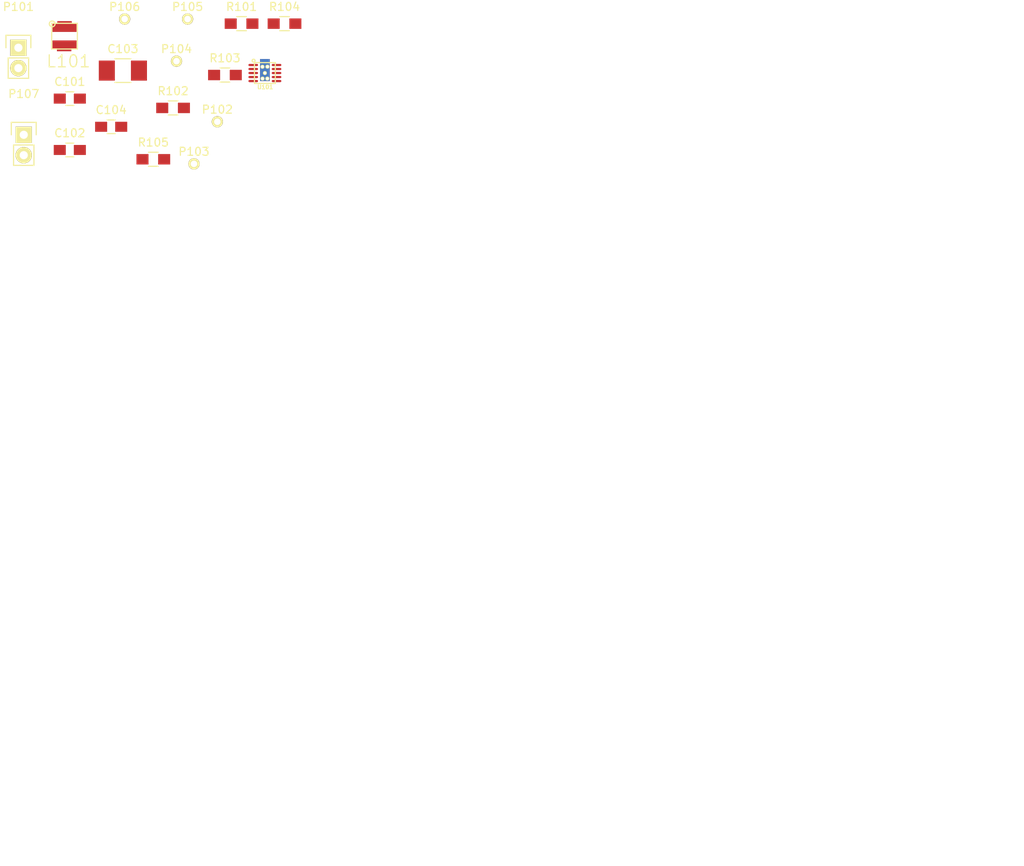
<source format=kicad_pcb>
(kicad_pcb (version 4) (host pcbnew "(2015-01-29 BZR 5396)-product")

  (general
    (links 38)
    (no_connects 31)
    (area 0 0 0 0)
    (thickness 1.6)
    (drawings 1)
    (tracks 0)
    (zones 0)
    (modules 18)
    (nets 10)
  )

  (page A4)
  (layers
    (0 F.Cu signal)
    (31 B.Cu signal)
    (32 B.Adhes user)
    (33 F.Adhes user)
    (34 B.Paste user)
    (35 F.Paste user)
    (36 B.SilkS user)
    (37 F.SilkS user)
    (38 B.Mask user)
    (39 F.Mask user)
    (40 Dwgs.User user)
    (41 Cmts.User user)
    (42 Eco1.User user)
    (43 Eco2.User user)
    (44 Edge.Cuts user)
    (45 Margin user)
    (46 B.CrtYd user)
    (47 F.CrtYd user)
    (48 B.Fab user)
    (49 F.Fab user)
  )

  (setup
    (last_trace_width 0.254)
    (trace_clearance 0.254)
    (zone_clearance 0.508)
    (zone_45_only no)
    (trace_min 0.254)
    (segment_width 0.2)
    (edge_width 0.1)
    (via_size 0.889)
    (via_drill 0.635)
    (via_min_size 0.889)
    (via_min_drill 0.508)
    (uvia_size 0.508)
    (uvia_drill 0.127)
    (uvias_allowed no)
    (uvia_min_size 0.508)
    (uvia_min_drill 0.127)
    (pcb_text_width 0.3)
    (pcb_text_size 1.5 1.5)
    (mod_edge_width 0.15)
    (mod_text_size 1 1)
    (mod_text_width 0.15)
    (pad_size 1.5 1.5)
    (pad_drill 0.6)
    (pad_to_mask_clearance 0)
    (aux_axis_origin 0 0)
    (visible_elements 7FFFFFFF)
    (pcbplotparams
      (layerselection 0x00030_80000001)
      (usegerberextensions false)
      (excludeedgelayer true)
      (linewidth 0.100000)
      (plotframeref false)
      (viasonmask false)
      (mode 1)
      (useauxorigin false)
      (hpglpennumber 1)
      (hpglpenspeed 20)
      (hpglpendiameter 15)
      (hpglpenoverlay 2)
      (psnegative false)
      (psa4output false)
      (plotreference true)
      (plotvalue true)
      (plotinvisibletext false)
      (padsonsilk false)
      (subtractmaskfromsilk false)
      (outputformat 1)
      (mirror false)
      (drillshape 1)
      (scaleselection 1)
      (outputdirectory ""))
  )

  (net 0 "")
  (net 1 /VIN+)
  (net 2 GNDPWR)
  (net 3 "Net-(C102-Pad1)")
  (net 4 /VOUT+)
  (net 5 "Net-(L101-Pad1)")
  (net 6 "Net-(L101-Pad2)")
  (net 7 "Net-(P103-Pad1)")
  (net 8 "Net-(R102-Pad1)")
  (net 9 "Net-(R103-Pad1)")

  (net_class Default "This is the default net class."
    (clearance 0.254)
    (trace_width 0.254)
    (via_dia 0.889)
    (via_drill 0.635)
    (uvia_dia 0.508)
    (uvia_drill 0.127)
    (add_net /VIN+)
    (add_net /VOUT+)
    (add_net GNDPWR)
    (add_net "Net-(C102-Pad1)")
    (add_net "Net-(L101-Pad1)")
    (add_net "Net-(L101-Pad2)")
    (add_net "Net-(P103-Pad1)")
    (add_net "Net-(R102-Pad1)")
    (add_net "Net-(R103-Pad1)")
  )

  (module Capacitors_SMD:C_0805_HandSoldering (layer F.Cu) (tedit 541A9B8D) (tstamp 55CFBCCD)
    (at 151.829001 98.779)
    (descr "Capacitor SMD 0805, hand soldering")
    (tags "capacitor 0805")
    (path /55BC58C4)
    (attr smd)
    (fp_text reference C101 (at 0 -2.1) (layer F.SilkS)
      (effects (font (size 1 1) (thickness 0.15)))
    )
    (fp_text value 4.7uf (at 0 2.1) (layer F.Fab)
      (effects (font (size 1 1) (thickness 0.15)))
    )
    (fp_line (start -2.3 -1) (end 2.3 -1) (layer F.CrtYd) (width 0.05))
    (fp_line (start -2.3 1) (end 2.3 1) (layer F.CrtYd) (width 0.05))
    (fp_line (start -2.3 -1) (end -2.3 1) (layer F.CrtYd) (width 0.05))
    (fp_line (start 2.3 -1) (end 2.3 1) (layer F.CrtYd) (width 0.05))
    (fp_line (start 0.5 -0.85) (end -0.5 -0.85) (layer F.SilkS) (width 0.15))
    (fp_line (start -0.5 0.85) (end 0.5 0.85) (layer F.SilkS) (width 0.15))
    (pad 1 smd rect (at -1.25 0) (size 1.5 1.25) (layers F.Cu F.Paste F.Mask)
      (net 1 /VIN+))
    (pad 2 smd rect (at 1.25 0) (size 1.5 1.25) (layers F.Cu F.Paste F.Mask)
      (net 2 GNDPWR))
    (model Capacitors_SMD.3dshapes/C_0805_HandSoldering.wrl
      (at (xyz 0 0 0))
      (scale (xyz 1 1 1))
      (rotate (xyz 0 0 0))
    )
  )

  (module Capacitors_SMD:C_0805_HandSoldering (layer F.Cu) (tedit 541A9B8D) (tstamp 55CFBCD3)
    (at 151.829001 105.179)
    (descr "Capacitor SMD 0805, hand soldering")
    (tags "capacitor 0805")
    (path /55BC84DC)
    (attr smd)
    (fp_text reference C102 (at 0 -2.1) (layer F.SilkS)
      (effects (font (size 1 1) (thickness 0.15)))
    )
    (fp_text value 0.1uf (at 0 2.1) (layer F.Fab)
      (effects (font (size 1 1) (thickness 0.15)))
    )
    (fp_line (start -2.3 -1) (end 2.3 -1) (layer F.CrtYd) (width 0.05))
    (fp_line (start -2.3 1) (end 2.3 1) (layer F.CrtYd) (width 0.05))
    (fp_line (start -2.3 -1) (end -2.3 1) (layer F.CrtYd) (width 0.05))
    (fp_line (start 2.3 -1) (end 2.3 1) (layer F.CrtYd) (width 0.05))
    (fp_line (start 0.5 -0.85) (end -0.5 -0.85) (layer F.SilkS) (width 0.15))
    (fp_line (start -0.5 0.85) (end 0.5 0.85) (layer F.SilkS) (width 0.15))
    (pad 1 smd rect (at -1.25 0) (size 1.5 1.25) (layers F.Cu F.Paste F.Mask)
      (net 3 "Net-(C102-Pad1)"))
    (pad 2 smd rect (at 1.25 0) (size 1.5 1.25) (layers F.Cu F.Paste F.Mask)
      (net 2 GNDPWR))
    (model Capacitors_SMD.3dshapes/C_0805_HandSoldering.wrl
      (at (xyz 0 0 0))
      (scale (xyz 1 1 1))
      (rotate (xyz 0 0 0))
    )
  )

  (module Capacitors_SMD:C_1210_HandSoldering (layer F.Cu) (tedit 541A9C39) (tstamp 55CFBCD9)
    (at 158.439001 95.289)
    (descr "Capacitor SMD 1210, hand soldering")
    (tags "capacitor 1210")
    (path /55BC5BAF)
    (attr smd)
    (fp_text reference C103 (at 0 -2.7) (layer F.SilkS)
      (effects (font (size 1 1) (thickness 0.15)))
    )
    (fp_text value 22uf (at 0 2.7) (layer F.Fab)
      (effects (font (size 1 1) (thickness 0.15)))
    )
    (fp_line (start -3.3 -1.6) (end 3.3 -1.6) (layer F.CrtYd) (width 0.05))
    (fp_line (start -3.3 1.6) (end 3.3 1.6) (layer F.CrtYd) (width 0.05))
    (fp_line (start -3.3 -1.6) (end -3.3 1.6) (layer F.CrtYd) (width 0.05))
    (fp_line (start 3.3 -1.6) (end 3.3 1.6) (layer F.CrtYd) (width 0.05))
    (fp_line (start 1 -1.475) (end -1 -1.475) (layer F.SilkS) (width 0.15))
    (fp_line (start -1 1.475) (end 1 1.475) (layer F.SilkS) (width 0.15))
    (pad 1 smd rect (at -2 0) (size 2 2.5) (layers F.Cu F.Paste F.Mask)
      (net 4 /VOUT+))
    (pad 2 smd rect (at 2 0) (size 2 2.5) (layers F.Cu F.Paste F.Mask)
      (net 2 GNDPWR))
    (model Capacitors_SMD.3dshapes/C_1210_HandSoldering.wrl
      (at (xyz 0 0 0))
      (scale (xyz 1 1 1))
      (rotate (xyz 0 0 0))
    )
  )

  (module Capacitors_SMD:C_0805_HandSoldering (layer F.Cu) (tedit 541A9B8D) (tstamp 55CFBCDF)
    (at 156.979001 102.289)
    (descr "Capacitor SMD 0805, hand soldering")
    (tags "capacitor 0805")
    (path /55CFB4F6)
    (attr smd)
    (fp_text reference C104 (at 0 -2.1) (layer F.SilkS)
      (effects (font (size 1 1) (thickness 0.15)))
    )
    (fp_text value uf (at 0 2.1) (layer F.Fab)
      (effects (font (size 1 1) (thickness 0.15)))
    )
    (fp_line (start -2.3 -1) (end 2.3 -1) (layer F.CrtYd) (width 0.05))
    (fp_line (start -2.3 1) (end 2.3 1) (layer F.CrtYd) (width 0.05))
    (fp_line (start -2.3 -1) (end -2.3 1) (layer F.CrtYd) (width 0.05))
    (fp_line (start 2.3 -1) (end 2.3 1) (layer F.CrtYd) (width 0.05))
    (fp_line (start 0.5 -0.85) (end -0.5 -0.85) (layer F.SilkS) (width 0.15))
    (fp_line (start -0.5 0.85) (end 0.5 0.85) (layer F.SilkS) (width 0.15))
    (pad 1 smd rect (at -1.25 0) (size 1.5 1.25) (layers F.Cu F.Paste F.Mask)
      (net 4 /VOUT+))
    (pad 2 smd rect (at 1.25 0) (size 1.5 1.25) (layers F.Cu F.Paste F.Mask)
      (net 2 GNDPWR))
    (model Capacitors_SMD.3dshapes/C_0805_HandSoldering.wrl
      (at (xyz 0 0 0))
      (scale (xyz 1 1 1))
      (rotate (xyz 0 0 0))
    )
  )

  (module pcb:LQH3NPN2R2NG0 (layer F.Cu) (tedit 55CFA382) (tstamp 55CFBCEC)
    (at 151.171857 90.999)
    (path /55BC57E7)
    (fp_text reference L101 (at 0.49 3.13) (layer F.SilkS)
      (effects (font (size 1.5 1.5) (thickness 0.15)))
    )
    (fp_text value 2.2uh (at 0.22 -3.31) (layer F.Fab)
      (effects (font (size 1.5 1.5) (thickness 0.15)))
    )
    (fp_circle (center -1.54 -1.53) (end -1.18 -1.53) (layer F.SilkS) (width 0.15))
    (fp_line (start -1.6 -1.6) (end 1.6 -1.6) (layer F.SilkS) (width 0.15))
    (fp_line (start 1.6 -1.6) (end 1.6 1.6) (layer F.SilkS) (width 0.15))
    (fp_line (start 1.6 1.6) (end -1.6 1.6) (layer F.SilkS) (width 0.15))
    (fp_line (start -1.6 1.6) (end -1.6 -1.6) (layer F.SilkS) (width 0.15))
    (pad 1 smd rect (at 0 -1.08) (size 3 1.1) (layers F.Cu F.Paste F.Mask)
      (net 5 "Net-(L101-Pad1)"))
    (pad 2 smd rect (at 0 1.08) (size 3 1.1) (layers F.Cu F.Paste F.Mask)
      (net 6 "Net-(L101-Pad2)"))
    (pad 1 smd rect (at 0 -1.63) (size 1.8 0.5) (layers F.Cu F.Paste F.Mask)
      (net 5 "Net-(L101-Pad1)"))
    (pad 2 smd rect (at -0.05 1.63) (size 1.8 0.5) (layers F.Cu F.Paste F.Mask)
      (net 6 "Net-(L101-Pad2)"))
  )

  (module Pin_Headers:Pin_Header_Straight_1x02 (layer F.Cu) (tedit 54EA090C) (tstamp 55CFBCF2)
    (at 145.425666 92.439)
    (descr "Through hole pin header")
    (tags "pin header")
    (path /55BC5DDE)
    (fp_text reference P101 (at 0 -5.1) (layer F.SilkS)
      (effects (font (size 1 1) (thickness 0.15)))
    )
    (fp_text value INPUT (at 0 -3.1) (layer F.Fab)
      (effects (font (size 1 1) (thickness 0.15)))
    )
    (fp_line (start 1.27 1.27) (end 1.27 3.81) (layer F.SilkS) (width 0.15))
    (fp_line (start 1.55 -1.55) (end 1.55 0) (layer F.SilkS) (width 0.15))
    (fp_line (start -1.75 -1.75) (end -1.75 4.3) (layer F.CrtYd) (width 0.05))
    (fp_line (start 1.75 -1.75) (end 1.75 4.3) (layer F.CrtYd) (width 0.05))
    (fp_line (start -1.75 -1.75) (end 1.75 -1.75) (layer F.CrtYd) (width 0.05))
    (fp_line (start -1.75 4.3) (end 1.75 4.3) (layer F.CrtYd) (width 0.05))
    (fp_line (start 1.27 1.27) (end -1.27 1.27) (layer F.SilkS) (width 0.15))
    (fp_line (start -1.55 0) (end -1.55 -1.55) (layer F.SilkS) (width 0.15))
    (fp_line (start -1.55 -1.55) (end 1.55 -1.55) (layer F.SilkS) (width 0.15))
    (fp_line (start -1.27 1.27) (end -1.27 3.81) (layer F.SilkS) (width 0.15))
    (fp_line (start -1.27 3.81) (end 1.27 3.81) (layer F.SilkS) (width 0.15))
    (pad 1 thru_hole rect (at 0 0) (size 2.032 2.032) (drill 1.016) (layers *.Cu *.Mask F.SilkS)
      (net 1 /VIN+))
    (pad 2 thru_hole oval (at 0 2.54) (size 2.032 2.032) (drill 1.016) (layers *.Cu *.Mask F.SilkS)
      (net 2 GNDPWR))
    (model Pin_Headers.3dshapes/Pin_Header_Straight_1x02.wrl
      (at (xyz 0 -0.05 0))
      (scale (xyz 1 1 1))
      (rotate (xyz 0 0 90))
    )
  )

  (module pcb:TESTPOINT_1 (layer F.Cu) (tedit 5562453A) (tstamp 55CFBCF7)
    (at 170.204857 101.663)
    (descr "Connecteurs 2 pins")
    (tags "CONN DEV")
    (path /55BC7112)
    (fp_text reference P102 (at 0 -1.524) (layer F.SilkS)
      (effects (font (size 1 1) (thickness 0.15)))
    )
    (fp_text value "TP B4L" (at 0.127 1.524) (layer F.Fab)
      (effects (font (size 1 1) (thickness 0.15)))
    )
    (pad 1 thru_hole circle (at 0 0) (size 1.397 1.397) (drill 0.8128) (layers *.Cu *.Mask F.SilkS)
      (net 5 "Net-(L101-Pad1)"))
    (model Connect.3dshapes/TESTPOINT.wrl
      (at (xyz 0 0 0))
      (scale (xyz 1 1 1))
      (rotate (xyz 0 0 0))
    )
  )

  (module pcb:TESTPOINT_1 (layer F.Cu) (tedit 5562453A) (tstamp 55CFBCFC)
    (at 167.292476 106.913)
    (descr "Connecteurs 2 pins")
    (tags "CONN DEV")
    (path /55BC6DD8)
    (fp_text reference P103 (at 0 -1.524) (layer F.SilkS)
      (effects (font (size 1 1) (thickness 0.15)))
    )
    (fp_text value "TP FB" (at 0.127 1.524) (layer F.Fab)
      (effects (font (size 1 1) (thickness 0.15)))
    )
    (pad 1 thru_hole circle (at 0 0) (size 1.397 1.397) (drill 0.8128) (layers *.Cu *.Mask F.SilkS)
      (net 7 "Net-(P103-Pad1)"))
    (model Connect.3dshapes/TESTPOINT.wrl
      (at (xyz 0 0 0))
      (scale (xyz 1 1 1))
      (rotate (xyz 0 0 0))
    )
  )

  (module pcb:TESTPOINT_1 (layer F.Cu) (tedit 5562453A) (tstamp 55CFBD01)
    (at 165.116762 94.113)
    (descr "Connecteurs 2 pins")
    (tags "CONN DEV")
    (path /55BC7173)
    (fp_text reference P104 (at 0 -1.524) (layer F.SilkS)
      (effects (font (size 1 1) (thickness 0.15)))
    )
    (fp_text value "TP AFTL" (at 0.127 1.524) (layer F.Fab)
      (effects (font (size 1 1) (thickness 0.15)))
    )
    (pad 1 thru_hole circle (at 0 0) (size 1.397 1.397) (drill 0.8128) (layers *.Cu *.Mask F.SilkS)
      (net 6 "Net-(L101-Pad2)"))
    (model Connect.3dshapes/TESTPOINT.wrl
      (at (xyz 0 0 0))
      (scale (xyz 1 1 1))
      (rotate (xyz 0 0 0))
    )
  )

  (module pcb:TESTPOINT_1 (layer F.Cu) (tedit 5562453A) (tstamp 55CFBD06)
    (at 166.497238 88.863)
    (descr "Connecteurs 2 pins")
    (tags "CONN DEV")
    (path /55BC732C)
    (fp_text reference P105 (at 0 -1.524) (layer F.SilkS)
      (effects (font (size 1 1) (thickness 0.15)))
    )
    (fp_text value "TP VOUT1" (at 0.127 1.524) (layer F.Fab)
      (effects (font (size 1 1) (thickness 0.15)))
    )
    (pad 1 thru_hole circle (at 0 0) (size 1.397 1.397) (drill 0.8128) (layers *.Cu *.Mask F.SilkS)
      (net 4 /VOUT+))
    (model Connect.3dshapes/TESTPOINT.wrl
      (at (xyz 0 0 0))
      (scale (xyz 1 1 1))
      (rotate (xyz 0 0 0))
    )
  )

  (module pcb:TESTPOINT_1 (layer F.Cu) (tedit 5562453A) (tstamp 55CFBD0B)
    (at 158.657238 88.863)
    (descr "Connecteurs 2 pins")
    (tags "CONN DEV")
    (path /55BC795D)
    (fp_text reference P106 (at 0 -1.524) (layer F.SilkS)
      (effects (font (size 1 1) (thickness 0.15)))
    )
    (fp_text value "TP VOUT2" (at 0.127 1.524) (layer F.Fab)
      (effects (font (size 1 1) (thickness 0.15)))
    )
    (pad 1 thru_hole circle (at 0 0) (size 1.397 1.397) (drill 0.8128) (layers *.Cu *.Mask F.SilkS)
      (net 4 /VOUT+))
    (model Connect.3dshapes/TESTPOINT.wrl
      (at (xyz 0 0 0))
      (scale (xyz 1 1 1))
      (rotate (xyz 0 0 0))
    )
  )

  (module Pin_Headers:Pin_Header_Straight_1x02 (layer F.Cu) (tedit 54EA090C) (tstamp 55CFBD11)
    (at 146.092333 103.289)
    (descr "Through hole pin header")
    (tags "pin header")
    (path /55BC5CD5)
    (fp_text reference P107 (at 0 -5.1) (layer F.SilkS)
      (effects (font (size 1 1) (thickness 0.15)))
    )
    (fp_text value OUTPUT (at 0 -3.1) (layer F.Fab)
      (effects (font (size 1 1) (thickness 0.15)))
    )
    (fp_line (start 1.27 1.27) (end 1.27 3.81) (layer F.SilkS) (width 0.15))
    (fp_line (start 1.55 -1.55) (end 1.55 0) (layer F.SilkS) (width 0.15))
    (fp_line (start -1.75 -1.75) (end -1.75 4.3) (layer F.CrtYd) (width 0.05))
    (fp_line (start 1.75 -1.75) (end 1.75 4.3) (layer F.CrtYd) (width 0.05))
    (fp_line (start -1.75 -1.75) (end 1.75 -1.75) (layer F.CrtYd) (width 0.05))
    (fp_line (start -1.75 4.3) (end 1.75 4.3) (layer F.CrtYd) (width 0.05))
    (fp_line (start 1.27 1.27) (end -1.27 1.27) (layer F.SilkS) (width 0.15))
    (fp_line (start -1.55 0) (end -1.55 -1.55) (layer F.SilkS) (width 0.15))
    (fp_line (start -1.55 -1.55) (end 1.55 -1.55) (layer F.SilkS) (width 0.15))
    (fp_line (start -1.27 1.27) (end -1.27 3.81) (layer F.SilkS) (width 0.15))
    (fp_line (start -1.27 3.81) (end 1.27 3.81) (layer F.SilkS) (width 0.15))
    (pad 1 thru_hole rect (at 0 0) (size 2.032 2.032) (drill 1.016) (layers *.Cu *.Mask F.SilkS)
      (net 4 /VOUT+))
    (pad 2 thru_hole oval (at 0 2.54) (size 2.032 2.032) (drill 1.016) (layers *.Cu *.Mask F.SilkS)
      (net 2 GNDPWR))
    (model Pin_Headers.3dshapes/Pin_Header_Straight_1x02.wrl
      (at (xyz 0 -0.05 0))
      (scale (xyz 1 1 1))
      (rotate (xyz 0 0 90))
    )
  )

  (module Resistors_SMD:R_0805_HandSoldering (layer F.Cu) (tedit 54189DEE) (tstamp 55CFBD17)
    (at 173.219001 89.439)
    (descr "Resistor SMD 0805, hand soldering")
    (tags "resistor 0805")
    (path /55BC7CA3)
    (attr smd)
    (fp_text reference R101 (at 0 -2.1) (layer F.SilkS)
      (effects (font (size 1 1) (thickness 0.15)))
    )
    (fp_text value 0 (at 0 2.1) (layer F.Fab)
      (effects (font (size 1 1) (thickness 0.15)))
    )
    (fp_line (start -2.4 -1) (end 2.4 -1) (layer F.CrtYd) (width 0.05))
    (fp_line (start -2.4 1) (end 2.4 1) (layer F.CrtYd) (width 0.05))
    (fp_line (start -2.4 -1) (end -2.4 1) (layer F.CrtYd) (width 0.05))
    (fp_line (start 2.4 -1) (end 2.4 1) (layer F.CrtYd) (width 0.05))
    (fp_line (start 0.6 0.875) (end -0.6 0.875) (layer F.SilkS) (width 0.15))
    (fp_line (start -0.6 -0.875) (end 0.6 -0.875) (layer F.SilkS) (width 0.15))
    (pad 1 smd rect (at -1.35 0) (size 1.5 1.3) (layers F.Cu F.Paste F.Mask)
      (net 3 "Net-(C102-Pad1)"))
    (pad 2 smd rect (at 1.35 0) (size 1.5 1.3) (layers F.Cu F.Paste F.Mask)
      (net 1 /VIN+))
    (model Resistors_SMD.3dshapes/R_0805_HandSoldering.wrl
      (at (xyz 0 0 0))
      (scale (xyz 1 1 1))
      (rotate (xyz 0 0 0))
    )
  )

  (module Resistors_SMD:R_0805_HandSoldering (layer F.Cu) (tedit 54189DEE) (tstamp 55CFBD1D)
    (at 164.689001 99.939)
    (descr "Resistor SMD 0805, hand soldering")
    (tags "resistor 0805")
    (path /55BC7EEF)
    (attr smd)
    (fp_text reference R102 (at 0 -2.1) (layer F.SilkS)
      (effects (font (size 1 1) (thickness 0.15)))
    )
    (fp_text value 0 (at 0 2.1) (layer F.Fab)
      (effects (font (size 1 1) (thickness 0.15)))
    )
    (fp_line (start -2.4 -1) (end 2.4 -1) (layer F.CrtYd) (width 0.05))
    (fp_line (start -2.4 1) (end 2.4 1) (layer F.CrtYd) (width 0.05))
    (fp_line (start -2.4 -1) (end -2.4 1) (layer F.CrtYd) (width 0.05))
    (fp_line (start 2.4 -1) (end 2.4 1) (layer F.CrtYd) (width 0.05))
    (fp_line (start 0.6 0.875) (end -0.6 0.875) (layer F.SilkS) (width 0.15))
    (fp_line (start -0.6 -0.875) (end 0.6 -0.875) (layer F.SilkS) (width 0.15))
    (pad 1 smd rect (at -1.35 0) (size 1.5 1.3) (layers F.Cu F.Paste F.Mask)
      (net 8 "Net-(R102-Pad1)"))
    (pad 2 smd rect (at 1.35 0) (size 1.5 1.3) (layers F.Cu F.Paste F.Mask)
      (net 3 "Net-(C102-Pad1)"))
    (model Resistors_SMD.3dshapes/R_0805_HandSoldering.wrl
      (at (xyz 0 0 0))
      (scale (xyz 1 1 1))
      (rotate (xyz 0 0 0))
    )
  )

  (module Resistors_SMD:R_0805_HandSoldering (layer F.Cu) (tedit 54189DEE) (tstamp 55CFBD23)
    (at 171.149001 95.839)
    (descr "Resistor SMD 0805, hand soldering")
    (tags "resistor 0805")
    (path /55BC80A9)
    (attr smd)
    (fp_text reference R103 (at 0 -2.1) (layer F.SilkS)
      (effects (font (size 1 1) (thickness 0.15)))
    )
    (fp_text value 0 (at 0 2.1) (layer F.Fab)
      (effects (font (size 1 1) (thickness 0.15)))
    )
    (fp_line (start -2.4 -1) (end 2.4 -1) (layer F.CrtYd) (width 0.05))
    (fp_line (start -2.4 1) (end 2.4 1) (layer F.CrtYd) (width 0.05))
    (fp_line (start -2.4 -1) (end -2.4 1) (layer F.CrtYd) (width 0.05))
    (fp_line (start 2.4 -1) (end 2.4 1) (layer F.CrtYd) (width 0.05))
    (fp_line (start 0.6 0.875) (end -0.6 0.875) (layer F.SilkS) (width 0.15))
    (fp_line (start -0.6 -0.875) (end 0.6 -0.875) (layer F.SilkS) (width 0.15))
    (pad 1 smd rect (at -1.35 0) (size 1.5 1.3) (layers F.Cu F.Paste F.Mask)
      (net 9 "Net-(R103-Pad1)"))
    (pad 2 smd rect (at 1.35 0) (size 1.5 1.3) (layers F.Cu F.Paste F.Mask)
      (net 3 "Net-(C102-Pad1)"))
    (model Resistors_SMD.3dshapes/R_0805_HandSoldering.wrl
      (at (xyz 0 0 0))
      (scale (xyz 1 1 1))
      (rotate (xyz 0 0 0))
    )
  )

  (module Resistors_SMD:R_0805_HandSoldering (layer F.Cu) (tedit 54189DEE) (tstamp 55CFBD29)
    (at 178.569001 89.439)
    (descr "Resistor SMD 0805, hand soldering")
    (tags "resistor 0805")
    (path /55BC6276)
    (attr smd)
    (fp_text reference R104 (at 0 -2.1) (layer F.SilkS)
      (effects (font (size 1 1) (thickness 0.15)))
    )
    (fp_text value 1.2M (at 0 2.1) (layer F.Fab)
      (effects (font (size 1 1) (thickness 0.15)))
    )
    (fp_line (start -2.4 -1) (end 2.4 -1) (layer F.CrtYd) (width 0.05))
    (fp_line (start -2.4 1) (end 2.4 1) (layer F.CrtYd) (width 0.05))
    (fp_line (start -2.4 -1) (end -2.4 1) (layer F.CrtYd) (width 0.05))
    (fp_line (start 2.4 -1) (end 2.4 1) (layer F.CrtYd) (width 0.05))
    (fp_line (start 0.6 0.875) (end -0.6 0.875) (layer F.SilkS) (width 0.15))
    (fp_line (start -0.6 -0.875) (end 0.6 -0.875) (layer F.SilkS) (width 0.15))
    (pad 1 smd rect (at -1.35 0) (size 1.5 1.3) (layers F.Cu F.Paste F.Mask)
      (net 4 /VOUT+))
    (pad 2 smd rect (at 1.35 0) (size 1.5 1.3) (layers F.Cu F.Paste F.Mask)
      (net 7 "Net-(P103-Pad1)"))
    (model Resistors_SMD.3dshapes/R_0805_HandSoldering.wrl
      (at (xyz 0 0 0))
      (scale (xyz 1 1 1))
      (rotate (xyz 0 0 0))
    )
  )

  (module Resistors_SMD:R_0805_HandSoldering (layer F.Cu) (tedit 54189DEE) (tstamp 55CFBD2F)
    (at 162.229001 106.339)
    (descr "Resistor SMD 0805, hand soldering")
    (tags "resistor 0805")
    (path /55BC62A0)
    (attr smd)
    (fp_text reference R105 (at 0 -2.1) (layer F.SilkS)
      (effects (font (size 1 1) (thickness 0.15)))
    )
    (fp_text value 215K (at 0 2.1) (layer F.Fab)
      (effects (font (size 1 1) (thickness 0.15)))
    )
    (fp_line (start -2.4 -1) (end 2.4 -1) (layer F.CrtYd) (width 0.05))
    (fp_line (start -2.4 1) (end 2.4 1) (layer F.CrtYd) (width 0.05))
    (fp_line (start -2.4 -1) (end -2.4 1) (layer F.CrtYd) (width 0.05))
    (fp_line (start 2.4 -1) (end 2.4 1) (layer F.CrtYd) (width 0.05))
    (fp_line (start 0.6 0.875) (end -0.6 0.875) (layer F.SilkS) (width 0.15))
    (fp_line (start -0.6 -0.875) (end 0.6 -0.875) (layer F.SilkS) (width 0.15))
    (pad 1 smd rect (at -1.35 0) (size 1.5 1.3) (layers F.Cu F.Paste F.Mask)
      (net 7 "Net-(P103-Pad1)"))
    (pad 2 smd rect (at 1.35 0) (size 1.5 1.3) (layers F.Cu F.Paste F.Mask)
      (net 2 GNDPWR))
    (model Resistors_SMD.3dshapes/R_0805_HandSoldering.wrl
      (at (xyz 0 0 0))
      (scale (xyz 1 1 1))
      (rotate (xyz 0 0 0))
    )
  )

  (module pcb:SON10_HandSoldered_TPS63030 (layer F.Cu) (tedit 55CFA7C2) (tstamp 55CFBD48)
    (at 176.124 95.5915)
    (path /55BC574B)
    (fp_text reference U101 (at 0.04 1.75) (layer F.SilkS)
      (effects (font (size 0.5 0.5) (thickness 0.125)))
    )
    (fp_text value TPS63030 (at 0.12 -2.24) (layer F.Fab)
      (effects (font (size 0.5 0.5) (thickness 0.125)))
    )
    (fp_circle (center -1.41 -1.54) (end -1.25 -1.45) (layer F.SilkS) (width 0.15))
    (fp_line (start -1.3 -1.3) (end -1.3 1.3) (layer F.SilkS) (width 0.15))
    (fp_line (start -1.3 1.3) (end 1.3 1.3) (layer F.SilkS) (width 0.15))
    (fp_line (start 1.3 1.3) (end 1.3 -1.3) (layer F.SilkS) (width 0.15))
    (fp_line (start 1.3 -1.3) (end -1.3 -1.3) (layer F.SilkS) (width 0.15))
    (pad 11 smd rect (at 0 -0.375) (size 1.2 2.75) (layers *.Cu *.Mask F.Paste)
      (net 2 GNDPWR))
    (pad 3 smd oval (at -1.45 0) (size 1.2 0.28) (layers F.Cu F.Paste F.Mask)
      (net 2 GNDPWR) (solder_mask_margin 0.07))
    (pad 1 smd oval (at -1.45 -1) (size 1.2 0.28) (layers F.Cu F.Paste F.Mask)
      (net 4 /VOUT+) (solder_mask_margin 0.07))
    (pad 2 smd oval (at -1.45 -0.5) (size 1.2 0.28) (layers F.Cu F.Paste F.Mask)
      (net 6 "Net-(L101-Pad2)") (solder_mask_margin 0.07))
    (pad 4 smd oval (at -1.45 0.5) (size 1.2 0.28) (layers F.Cu F.Paste F.Mask)
      (net 5 "Net-(L101-Pad1)") (solder_mask_margin 0.07))
    (pad 5 smd oval (at -1.45 1) (size 1.2 0.28) (layers F.Cu F.Paste F.Mask)
      (net 1 /VIN+) (solder_mask_margin 0.07))
    (pad 10 smd oval (at 1.45 -1) (size 1.2 0.28) (layers F.Cu F.Paste F.Mask)
      (net 7 "Net-(P103-Pad1)") (solder_mask_margin 0.07))
    (pad 9 smd oval (at 1.45 -0.5) (size 1.2 0.28) (layers F.Cu F.Paste F.Mask)
      (net 2 GNDPWR) (solder_mask_margin 0.07))
    (pad 8 smd oval (at 1.45 0) (size 1.2 0.28) (layers F.Cu F.Paste F.Mask)
      (net 3 "Net-(C102-Pad1)") (solder_mask_margin 0.07))
    (pad 7 smd oval (at 1.45 0.5) (size 1.2 0.28) (layers F.Cu F.Paste F.Mask)
      (net 9 "Net-(R103-Pad1)") (solder_mask_margin 0.07))
    (pad 6 smd oval (at 1.45 1) (size 1.2 0.28) (layers F.Cu F.Paste F.Mask)
      (net 8 "Net-(R102-Pad1)") (solder_mask_margin 0.07))
    (pad 11 thru_hole circle (at -0.29 0.69) (size 0.5 0.5) (drill 0.33) (layers *.Cu *.Mask F.SilkS)
      (net 2 GNDPWR))
    (pad 11 thru_hole circle (at 0.3 0.69) (size 0.5 0.5) (drill 0.33) (layers *.Cu *.Mask F.SilkS)
      (net 2 GNDPWR))
    (pad 11 thru_hole circle (at 0 0) (size 0.5 0.5) (drill 0.33) (layers *.Cu *.Mask F.SilkS)
      (net 2 GNDPWR))
    (pad 11 thru_hole circle (at -0.3 -0.78) (size 0.5 0.5) (drill 0.33) (layers *.Cu *.Mask F.SilkS)
      (net 2 GNDPWR))
    (pad 11 thru_hole circle (at 0.31 -0.79) (size 0.5 0.5) (drill 0.33) (layers *.Cu *.Mask F.SilkS)
      (net 2 GNDPWR))
  )

  (gr_text v1 (at 269.1 193.01) (layer Eco2.User)
    (effects (font (size 1.5 1.5) (thickness 0.3)))
  )

)

</source>
